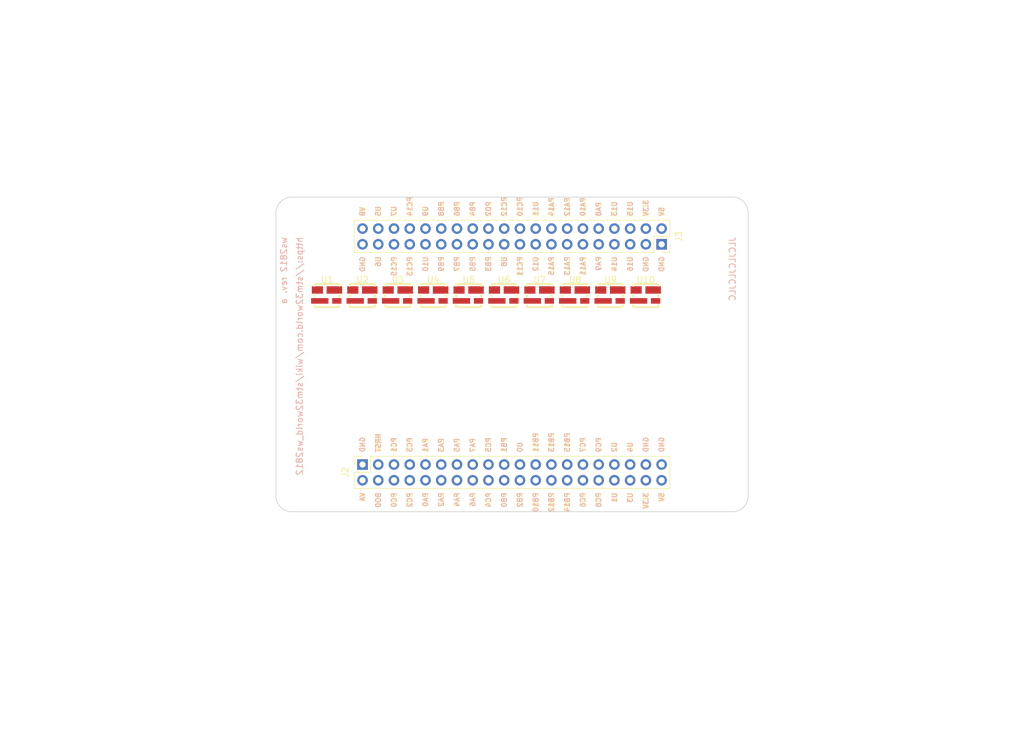
<source format=kicad_pcb>
(kicad_pcb (version 20221018) (generator pcbnew)
  (title_block (title "${TITLE}") (rev "${REVISION}") (company "${COMPANY}") (comment 1 "${AUTHOR}") (comment 2 "${AUTHOR_EMAIL}") (comment 3 "${URL}"))
  (layers (0 "F.Cu" signal) (31 "B.Cu" signal) (34 "B.Paste" user) (35 "F.Paste" user) (36 "B.SilkS" user "B.Silkscreen") (37 "F.SilkS" user "F.Silkscreen") (38 "B.Mask" user) (39 "F.Mask" user) (44 "Edge.Cuts" user))
  (property "AUTHOR" "Lars Boegild Thomsen")
  (property "AUTHOR_EMAIL" "lth@stm32world.com")
  (property "COMPANY" "Stm32World")
  (property "REVISION" "a")
  (property "TITLE" "ws2812")
  (property "URL" "https://stm32world.com/wiki/stm32world_ws2812")
  (net 0 "")
  (footprint "stm32world:LED-SMD_4P-L3.7-W3.5-P1.75-BR-SK6812MINI" (layer "F.Cu") (at 150.495 85.725)
    (fp_text reference "U7" (at 0 -2.54) (layer "F.SilkS"))
    (fp_text value "WS2812E")
    (fp_line (start -2.06 -1.51) (end -2.06 -1.85) (stroke (width 0.25)) (layer "F.SilkS"))
    (fp_line (start -2.06 0.24) (end -2.06 -0.22) (stroke (width 0.25)) (layer "F.SilkS"))
    (fp_line (start -2.06 1.89) (end -2.06 1.53) (stroke (width 0.25)) (layer "F.SilkS"))
    (fp_line (start -1.96 -1.85) (end 1.99 -1.85) (stroke (width 0.25)) (layer "F.SilkS"))
    (fp_line (start 1.99 -1.85) (end 1.99 -1.51) (stroke (width 0.25)) (layer "F.SilkS"))
    (fp_line (start 1.99 -0.22) (end 1.99 0.24) (stroke (width 0.25)) (layer "F.SilkS"))
    (fp_line (start 1.99 1.53) (end 1.99 1.89) (stroke (width 0.25)) (layer "F.SilkS"))
    (fp_line (start 1.99 1.89) (end -2.06 1.89) (stroke (width 0.25)) (layer "F.SilkS"))
    (pad "1" smd rect (at 1.57 0.88 180) (size 1.5 0.9) (layers "F.Cu" "F.Paste" "F.Mask"))
    (pad "2" smd rect (at 1.17 -0.88 180) (size 2.5 1.2) (layers "F.Cu" "F.Paste" "F.Mask"))
    (pad "3" smd rect (at -1.57 -0.88 180) (size 1.8 1.2) (layers "F.Cu" "F.Paste" "F.Mask"))
    (pad "4" smd rect (at -1.18 0.88 180) (size 2.8 0.9) (layers "F.Cu" "F.Paste" "F.Mask"))
  )
  (footprint "stm32world:LED-SMD_4P-L3.7-W3.5-P1.75-BR-SK6812MINI" (layer "F.Cu") (at 121.92 85.725)
    (fp_text reference "U2" (at 0 -2.54) (layer "F.SilkS"))
    (fp_text value "WS2812E")
    (fp_line (start -2.06 -1.51) (end -2.06 -1.85) (stroke (width 0.25)) (layer "F.SilkS"))
    (fp_line (start -2.06 0.24) (end -2.06 -0.22) (stroke (width 0.25)) (layer "F.SilkS"))
    (fp_line (start -2.06 1.89) (end -2.06 1.53) (stroke (width 0.25)) (layer "F.SilkS"))
    (fp_line (start -1.96 -1.85) (end 1.99 -1.85) (stroke (width 0.25)) (layer "F.SilkS"))
    (fp_line (start 1.99 -1.85) (end 1.99 -1.51) (stroke (width 0.25)) (layer "F.SilkS"))
    (fp_line (start 1.99 -0.22) (end 1.99 0.24) (stroke (width 0.25)) (layer "F.SilkS"))
    (fp_line (start 1.99 1.53) (end 1.99 1.89) (stroke (width 0.25)) (layer "F.SilkS"))
    (fp_line (start 1.99 1.89) (end -2.06 1.89) (stroke (width 0.25)) (layer "F.SilkS"))
    (pad "1" smd rect (at 1.57 0.88 180) (size 1.5 0.9) (layers "F.Cu" "F.Paste" "F.Mask"))
    (pad "2" smd rect (at 1.17 -0.88 180) (size 2.5 1.2) (layers "F.Cu" "F.Paste" "F.Mask"))
    (pad "3" smd rect (at -1.57 -0.88 180) (size 1.8 1.2) (layers "F.Cu" "F.Paste" "F.Mask"))
    (pad "4" smd rect (at -1.18 0.88 180) (size 2.8 0.9) (layers "F.Cu" "F.Paste" "F.Mask"))
  )
  (footprint "stm32world:LED-SMD_4P-L3.7-W3.5-P1.75-BR-SK6812MINI" (layer "F.Cu") (at 133.35 85.725)
    (fp_text reference "U4" (at 0 -2.54) (layer "F.SilkS"))
    (fp_text value "WS2812E")
    (fp_line (start -2.06 -1.51) (end -2.06 -1.85) (stroke (width 0.25)) (layer "F.SilkS"))
    (fp_line (start -2.06 0.24) (end -2.06 -0.22) (stroke (width 0.25)) (layer "F.SilkS"))
    (fp_line (start -2.06 1.89) (end -2.06 1.53) (stroke (width 0.25)) (layer "F.SilkS"))
    (fp_line (start -1.96 -1.85) (end 1.99 -1.85) (stroke (width 0.25)) (layer "F.SilkS"))
    (fp_line (start 1.99 -1.85) (end 1.99 -1.51) (stroke (width 0.25)) (layer "F.SilkS"))
    (fp_line (start 1.99 -0.22) (end 1.99 0.24) (stroke (width 0.25)) (layer "F.SilkS"))
    (fp_line (start 1.99 1.53) (end 1.99 1.89) (stroke (width 0.25)) (layer "F.SilkS"))
    (fp_line (start 1.99 1.89) (end -2.06 1.89) (stroke (width 0.25)) (layer "F.SilkS"))
    (pad "1" smd rect (at 1.57 0.88 180) (size 1.5 0.9) (layers "F.Cu" "F.Paste" "F.Mask"))
    (pad "2" smd rect (at 1.17 -0.88 180) (size 2.5 1.2) (layers "F.Cu" "F.Paste" "F.Mask"))
    (pad "3" smd rect (at -1.57 -0.88 180) (size 1.8 1.2) (layers "F.Cu" "F.Paste" "F.Mask"))
    (pad "4" smd rect (at -1.18 0.88 180) (size 2.8 0.9) (layers "F.Cu" "F.Paste" "F.Mask"))
  )
  (footprint "stm32world:LED-SMD_4P-L3.7-W3.5-P1.75-BR-SK6812MINI" (layer "F.Cu") (at 144.78 85.725)
    (fp_text reference "U6" (at 0 -2.54) (layer "F.SilkS"))
    (fp_text value "WS2812E")
    (fp_line (start -2.06 -1.51) (end -2.06 -1.85) (stroke (width 0.25)) (layer "F.SilkS"))
    (fp_line (start -2.06 0.24) (end -2.06 -0.22) (stroke (width 0.25)) (layer "F.SilkS"))
    (fp_line (start -2.06 1.89) (end -2.06 1.53) (stroke (width 0.25)) (layer "F.SilkS"))
    (fp_line (start -1.96 -1.85) (end 1.99 -1.85) (stroke (width 0.25)) (layer "F.SilkS"))
    (fp_line (start 1.99 -1.85) (end 1.99 -1.51) (stroke (width 0.25)) (layer "F.SilkS"))
    (fp_line (start 1.99 -0.22) (end 1.99 0.24) (stroke (width 0.25)) (layer "F.SilkS"))
    (fp_line (start 1.99 1.53) (end 1.99 1.89) (stroke (width 0.25)) (layer "F.SilkS"))
    (fp_line (start 1.99 1.89) (end -2.06 1.89) (stroke (width 0.25)) (layer "F.SilkS"))
    (pad "1" smd rect (at 1.57 0.88 180) (size 1.5 0.9) (layers "F.Cu" "F.Paste" "F.Mask"))
    (pad "2" smd rect (at 1.17 -0.88 180) (size 2.5 1.2) (layers "F.Cu" "F.Paste" "F.Mask"))
    (pad "3" smd rect (at -1.57 -0.88 180) (size 1.8 1.2) (layers "F.Cu" "F.Paste" "F.Mask"))
    (pad "4" smd rect (at -1.18 0.88 180) (size 2.8 0.9) (layers "F.Cu" "F.Paste" "F.Mask"))
  )
  (footprint "stm32world:LED-SMD_4P-L3.7-W3.5-P1.75-BR-SK6812MINI" (layer "F.Cu") (at 139.065 85.725)
    (fp_text reference "U5" (at 0 -2.54) (layer "F.SilkS"))
    (fp_text value "WS2812E")
    (fp_line (start -2.06 -1.51) (end -2.06 -1.85) (stroke (width 0.25)) (layer "F.SilkS"))
    (fp_line (start -2.06 0.24) (end -2.06 -0.22) (stroke (width 0.25)) (layer "F.SilkS"))
    (fp_line (start -2.06 1.89) (end -2.06 1.53) (stroke (width 0.25)) (layer "F.SilkS"))
    (fp_line (start -1.96 -1.85) (end 1.99 -1.85) (stroke (width 0.25)) (layer "F.SilkS"))
    (fp_line (start 1.99 -1.85) (end 1.99 -1.51) (stroke (width 0.25)) (layer "F.SilkS"))
    (fp_line (start 1.99 -0.22) (end 1.99 0.24) (stroke (width 0.25)) (layer "F.SilkS"))
    (fp_line (start 1.99 1.53) (end 1.99 1.89) (stroke (width 0.25)) (layer "F.SilkS"))
    (fp_line (start 1.99 1.89) (end -2.06 1.89) (stroke (width 0.25)) (layer "F.SilkS"))
    (pad "1" smd rect (at 1.57 0.88 180) (size 1.5 0.9) (layers "F.Cu" "F.Paste" "F.Mask"))
    (pad "2" smd rect (at 1.17 -0.88 180) (size 2.5 1.2) (layers "F.Cu" "F.Paste" "F.Mask"))
    (pad "3" smd rect (at -1.57 -0.88 180) (size 1.8 1.2) (layers "F.Cu" "F.Paste" "F.Mask"))
    (pad "4" smd rect (at -1.18 0.88 180) (size 2.8 0.9) (layers "F.Cu" "F.Paste" "F.Mask"))
  )
  (footprint "stm32world:LED-SMD_4P-L3.7-W3.5-P1.75-BR-SK6812MINI" (layer "F.Cu") (at 156.21 85.725)
    (fp_text reference "U8" (at 0 -2.54) (layer "F.SilkS"))
    (fp_text value "WS2812E")
    (fp_line (start -2.06 -1.51) (end -2.06 -1.85) (stroke (width 0.25)) (layer "F.SilkS"))
    (fp_line (start -2.06 0.24) (end -2.06 -0.22) (stroke (width 0.25)) (layer "F.SilkS"))
    (fp_line (start -2.06 1.89) (end -2.06 1.53) (stroke (width 0.25)) (layer "F.SilkS"))
    (fp_line (start -1.96 -1.85) (end 1.99 -1.85) (stroke (width 0.25)) (layer "F.SilkS"))
    (fp_line (start 1.99 -1.85) (end 1.99 -1.51) (stroke (width 0.25)) (layer "F.SilkS"))
    (fp_line (start 1.99 -0.22) (end 1.99 0.24) (stroke (width 0.25)) (layer "F.SilkS"))
    (fp_line (start 1.99 1.53) (end 1.99 1.89) (stroke (width 0.25)) (layer "F.SilkS"))
    (fp_line (start 1.99 1.89) (end -2.06 1.89) (stroke (width 0.25)) (layer "F.SilkS"))
    (pad "1" smd rect (at 1.57 0.88 180) (size 1.5 0.9) (layers "F.Cu" "F.Paste" "F.Mask"))
    (pad "2" smd rect (at 1.17 -0.88 180) (size 2.5 1.2) (layers "F.Cu" "F.Paste" "F.Mask"))
    (pad "3" smd rect (at -1.57 -0.88 180) (size 1.8 1.2) (layers "F.Cu" "F.Paste" "F.Mask"))
    (pad "4" smd rect (at -1.18 0.88 180) (size 2.8 0.9) (layers "F.Cu" "F.Paste" "F.Mask"))
  )
  (footprint "stm32world:LED-SMD_4P-L3.7-W3.5-P1.75-BR-SK6812MINI" (layer "F.Cu") (at 167.64 85.725)
    (fp_text reference "U10" (at 0 -2.54) (layer "F.SilkS"))
    (fp_text value "WS2812E")
    (fp_line (start -2.06 -1.51) (end -2.06 -1.85) (stroke (width 0.25)) (layer "F.SilkS"))
    (fp_line (start -2.06 0.24) (end -2.06 -0.22) (stroke (width 0.25)) (layer "F.SilkS"))
    (fp_line (start -2.06 1.89) (end -2.06 1.53) (stroke (width 0.25)) (layer "F.SilkS"))
    (fp_line (start -1.96 -1.85) (end 1.99 -1.85) (stroke (width 0.25)) (layer "F.SilkS"))
    (fp_line (start 1.99 -1.85) (end 1.99 -1.51) (stroke (width 0.25)) (layer "F.SilkS"))
    (fp_line (start 1.99 -0.22) (end 1.99 0.24) (stroke (width 0.25)) (layer "F.SilkS"))
    (fp_line (start 1.99 1.53) (end 1.99 1.89) (stroke (width 0.25)) (layer "F.SilkS"))
    (fp_line (start 1.99 1.89) (end -2.06 1.89) (stroke (width 0.25)) (layer "F.SilkS"))
    (pad "1" smd rect (at 1.57 0.88 180) (size 1.5 0.9) (layers "F.Cu" "F.Paste" "F.Mask"))
    (pad "2" smd rect (at 1.17 -0.88 180) (size 2.5 1.2) (layers "F.Cu" "F.Paste" "F.Mask"))
    (pad "3" smd rect (at -1.57 -0.88 180) (size 1.8 1.2) (layers "F.Cu" "F.Paste" "F.Mask"))
    (pad "4" smd rect (at -1.18 0.88 180) (size 2.8 0.9) (layers "F.Cu" "F.Paste" "F.Mask"))
  )
  (footprint "stm32world:PinSocket_2x20_P2.54mm_Vertical_Stackable" (layer "F.Cu") (at 170.18 77.47 -90)
    (fp_text reference "J3" (at -1.27 -2.77 -90) (layer "F.SilkS"))
    (fp_text value "STM32WORLD_CONNECTOR_2")
    (fp_line (start -3.87 -1.33) (end -3.87 49.59) (stroke (width 0.12)) (layer "F.SilkS"))
    (fp_line (start -3.87 -1.33) (end -1.27 -1.33) (stroke (width 0.12)) (layer "F.SilkS"))
    (fp_line (start -3.87 49.59) (end 1.33 49.59) (stroke (width 0.12)) (layer "F.SilkS"))
    (fp_line (start -1.27 -1.33) (end -1.27 1.27) (stroke (width 0.12)) (layer "F.SilkS"))
    (fp_line (start -1.27 1.27) (end 1.33 1.27) (stroke (width 0.12)) (layer "F.SilkS"))
    (fp_line (start 0 -1.33) (end 1.33 -1.33) (stroke (width 0.12)) (layer "F.SilkS"))
    (fp_line (start 1.33 -1.33) (end 1.33 0) (stroke (width 0.12)) (layer "F.SilkS"))
    (fp_line (start 1.33 1.27) (end 1.33 49.59) (stroke (width 0.12)) (layer "F.SilkS"))
    (pad "1" thru_hole rect (at 0 0 270) (size 1.7 1.7) (drill 1) (layers "*.Cu" "*.Mask"))
    (pad "2" thru_hole oval (at -2.54 0 270) (size 1.7 1.7) (drill 1) (layers "*.Cu" "*.Mask"))
    (pad "3" thru_hole oval (at 0 2.54 270) (size 1.7 1.7) (drill 1) (layers "*.Cu" "*.Mask"))
    (pad "4" thru_hole oval (at -2.54 2.54 270) (size 1.7 1.7) (drill 1) (layers "*.Cu" "*.Mask"))
    (pad "5" thru_hole oval (at 0 5.08 270) (size 1.7 1.7) (drill 1) (layers "*.Cu" "*.Mask"))
    (pad "6" thru_hole oval (at -2.54 5.08 270) (size 1.7 1.7) (drill 1) (layers "*.Cu" "*.Mask"))
    (pad "7" thru_hole oval (at 0 7.62 270) (size 1.7 1.7) (drill 1) (layers "*.Cu" "*.Mask"))
    (pad "8" thru_hole oval (at -2.54 7.62 270) (size 1.7 1.7) (drill 1) (layers "*.Cu" "*.Mask"))
    (pad "9" thru_hole oval (at 0 10.16 270) (size 1.7 1.7) (drill 1) (layers "*.Cu" "*.Mask"))
    (pad "10" thru_hole oval (at -2.54 10.16 270) (size 1.7 1.7) (drill 1) (layers "*.Cu" "*.Mask"))
    (pad "11" thru_hole oval (at 0 12.7 270) (size 1.7 1.7) (drill 1) (layers "*.Cu" "*.Mask"))
    (pad "12" thru_hole oval (at -2.54 12.7 270) (size 1.7 1.7) (drill 1) (layers "*.Cu" "*.Mask"))
    (pad "13" thru_hole oval (at 0 15.24 270) (size 1.7 1.7) (drill 1) (layers "*.Cu" "*.Mask"))
    (pad "14" thru_hole oval (at -2.54 15.24 270) (size 1.7 1.7) (drill 1) (layers "*.Cu" "*.Mask"))
    (pad "15" thru_hole oval (at 0 17.78 270) (size 1.7 1.7) (drill 1) (layers "*.Cu" "*.Mask"))
    (pad "16" thru_hole oval (at -2.54 17.78 270) (size 1.7 1.7) (drill 1) (layers "*.Cu" "*.Mask"))
    (pad "17" thru_hole oval (at 0 20.32 270) (size 1.7 1.7) (drill 1) (layers "*.Cu" "*.Mask"))
    (pad "18" thru_hole oval (at -2.54 20.32 270) (size 1.7 1.7) (drill 1) (layers "*.Cu" "*.Mask"))
    (pad "19" thru_hole oval (at 0 22.86 270) (size 1.7 1.7) (drill 1) (layers "*.Cu" "*.Mask"))
    (pad "20" thru_hole oval (at -2.54 22.86 270) (size 1.7 1.7) (drill 1) (layers "*.Cu" "*.Mask"))
    (pad "21" thru_hole oval (at 0 25.4 270) (size 1.7 1.7) (drill 1) (layers "*.Cu" "*.Mask"))
    (pad "22" thru_hole oval (at -2.54 25.4 270) (size 1.7 1.7) (drill 1) (layers "*.Cu" "*.Mask"))
    (pad "23" thru_hole oval (at 0 27.94 270) (size 1.7 1.7) (drill 1) (layers "*.Cu" "*.Mask"))
    (pad "24" thru_hole oval (at -2.54 27.94 270) (size 1.7 1.7) (drill 1) (layers "*.Cu" "*.Mask"))
    (pad "25" thru_hole oval (at 0 30.48 270) (size 1.7 1.7) (drill 1) (layers "*.Cu" "*.Mask"))
    (pad "26" thru_hole oval (at -2.54 30.48 270) (size 1.7 1.7) (drill 1) (layers "*.Cu" "*.Mask"))
    (pad "27" thru_hole oval (at 0 33.02 270) (size 1.7 1.7) (drill 1) (layers "*.Cu" "*.Mask"))
    (pad "28" thru_hole oval (at -2.54 33.02 270) (size 1.7 1.7) (drill 1) (layers "*.Cu" "*.Mask"))
    (pad "29" thru_hole oval (at 0 35.56 270) (size 1.7 1.7) (drill 1) (layers "*.Cu" "*.Mask"))
    (pad "30" thru_hole oval (at -2.54 35.56 270) (size 1.7 1.7) (drill 1) (layers "*.Cu" "*.Mask"))
    (pad "31" thru_hole oval (at 0 38.1 270) (size 1.7 1.7) (drill 1) (layers "*.Cu" "*.Mask"))
    (pad "32" thru_hole oval (at -2.54 38.1 270) (size 1.7 1.7) (drill 1) (layers "*.Cu" "*.Mask"))
    (pad "33" thru_hole oval (at 0 40.64 270) (size 1.7 1.7) (drill 1) (layers "*.Cu" "*.Mask"))
    (pad "34" thru_hole oval (at -2.54 40.64 270) (size 1.7 1.7) (drill 1) (layers "*.Cu" "*.Mask"))
    (pad "35" thru_hole oval (at 0 43.18 270) (size 1.7 1.7) (drill 1) (layers "*.Cu" "*.Mask"))
    (pad "36" thru_hole oval (at -2.54 43.18 270) (size 1.7 1.7) (drill 1) (layers "*.Cu" "*.Mask"))
    (pad "37" thru_hole oval (at 0 45.72 270) (size 1.7 1.7) (drill 1) (layers "*.Cu" "*.Mask"))
    (pad "38" thru_hole oval (at -2.54 45.72 270) (size 1.7 1.7) (drill 1) (layers "*.Cu" "*.Mask"))
    (pad "39" thru_hole oval (at 0 48.26 270) (size 1.7 1.7) (drill 1) (layers "*.Cu" "*.Mask"))
    (pad "40" thru_hole oval (at -2.54 48.26 270) (size 1.7 1.7) (drill 1) (layers "*.Cu" "*.Mask"))
  )
  (footprint "stm32world:LED-SMD_4P-L3.7-W3.5-P1.75-BR-SK6812MINI" (layer "F.Cu") (at 127.635 85.725)
    (fp_text reference "U3" (at 0 -2.54) (layer "F.SilkS"))
    (fp_text value "WS2812E")
    (fp_line (start -2.06 -1.51) (end -2.06 -1.85) (stroke (width 0.25)) (layer "F.SilkS"))
    (fp_line (start -2.06 0.24) (end -2.06 -0.22) (stroke (width 0.25)) (layer "F.SilkS"))
    (fp_line (start -2.06 1.89) (end -2.06 1.53) (stroke (width 0.25)) (layer "F.SilkS"))
    (fp_line (start -1.96 -1.85) (end 1.99 -1.85) (stroke (width 0.25)) (layer "F.SilkS"))
    (fp_line (start 1.99 -1.85) (end 1.99 -1.51) (stroke (width 0.25)) (layer "F.SilkS"))
    (fp_line (start 1.99 -0.22) (end 1.99 0.24) (stroke (width 0.25)) (layer "F.SilkS"))
    (fp_line (start 1.99 1.53) (end 1.99 1.89) (stroke (width 0.25)) (layer "F.SilkS"))
    (fp_line (start 1.99 1.89) (end -2.06 1.89) (stroke (width 0.25)) (layer "F.SilkS"))
    (pad "1" smd rect (at 1.57 0.88 180) (size 1.5 0.9) (layers "F.Cu" "F.Paste" "F.Mask"))
    (pad "2" smd rect (at 1.17 -0.88 180) (size 2.5 1.2) (layers "F.Cu" "F.Paste" "F.Mask"))
    (pad "3" smd rect (at -1.57 -0.88 180) (size 1.8 1.2) (layers "F.Cu" "F.Paste" "F.Mask"))
    (pad "4" smd rect (at -1.18 0.88 180) (size 2.8 0.9) (layers "F.Cu" "F.Paste" "F.Mask"))
  )
  (footprint "stm32world:STM32WORLD_BOARD" (layer "F.Cu") (at 146.05 95.25)
    (fp_text reference "J1" hide)
    (fp_text value "STM32WORLD_BOARD")
    (fp_text user "PA4" (at -8.89 22.225 90) (layer "B.SilkS") (effects (font (size 0.8 0.8)) (justify left mirror)))
    (fp_text user "PA15" (at 6.35 -15.875 90) (layer "B.SilkS") (effects (font (size 0.8 0.8)) (justify left mirror)))
    (fp_text user "${TITLE} rev. ${REVISION}" (at -36.83 -19.05 90 unlocked) (layer "B.SilkS") (effects (justify left mirror)))
    (fp_text user "U14" (at 16.51 -15.875 90) (layer "B.SilkS") (effects (font (size 0.8 0.8)) (justify left mirror)))
    (fp_text user "PA14" (at 6.35 -22.225 90) (layer "B.SilkS") (effects (font (size 0.8 0.8)) (justify right mirror)))
    (fp_text user "PB12" (at 6.35 22.225 90) (layer "B.SilkS") (effects (font (size 0.8 0.8)) (justify left mirror)))
    (fp_text user "PB13" (at 6.35 15.875 90) (layer "B.SilkS") (effects (font (size 0.8 0.8)) (justify right mirror)))
    (fp_text user "PA2" (at -11.43 22.225 90) (layer "B.SilkS") (effects (font (size 0.8 0.8)) (justify left mirror)))
    (fp_text user "U5" (at -21.59 -22.225 90) (layer "B.SilkS") (effects (font (size 0.8 0.8)) (justify right mirror)))
    (fp_text user "BO0" (at -21.59 22.225 90) (layer "B.SilkS") (effects (font (size 0.8 0.8)) (justify left mirror)))
    (fp_text user "PB1" (at -1.27 15.875 90) (layer "B.SilkS") (effects (font (size 0.8 0.8)) (justify right mirror)))
    (fp_text user "GND" (at 24.13 -15.875 90) (layer "B.SilkS") (effects (font (size 0.8 0.8)) (justify left mirror)))
    (fp_text user "PC7" (at 11.43 15.875 90) (layer "B.SilkS") (effects (font (size 0.8 0.8)) (justify right mirror)))
    (fp_text user "PA9" (at 13.97 -15.875 90) (layer "B.SilkS") (effects (font (size 0.8 0.8)) (justify left mirror)))
    (fp_text user "JLCJLCJLCJLC" (at 35.56 -19.05 90 unlocked) (layer "B.SilkS") (effects (justify left mirror)))
    (fp_text user "5V" (at 24.13 -22.225 90) (layer "B.SilkS") (effects (font (size 0.8 0.8)) (justify right mirror)))
    (fp_text user "PB2" (at 1.27 22.225 90) (layer "B.SilkS") (effects (font (size 0.8 0.8)) (justify left mirror)))
    (fp_text user "U16" (at 19.05 -15.875 90) (layer "B.SilkS") (effects (font (size 0.8 0.8)) (justify left mirror)))
    (fp_text user "PC12" (at -1.27 -22.225 90) (layer "B.SilkS") (effects (font (size 0.8 0.8)) (justify right mirror)))
    (fp_text user "PA8" (at 13.97 -22.225 90) (layer "B.SilkS") (effects (font (size 0.8 0.8)) (justify right mirror)))
    (fp_text user "U7" (at -19.05 -22.225 90) (layer "B.SilkS") (effects (font (size 0.8 0.8)) (justify right mirror)))
    (fp_text user "PC15" (at -19.05 -15.875 90) (layer "B.SilkS") (effects (font (size 0.8 0.8)) (justify left mirror)))
    (fp_text user "PB6" (at -8.89 -22.225 90) (layer "B.SilkS") (effects (font (size 0.8 0.8)) (justify right mirror)))
    (fp_text user "PB11" (at 3.81 15.875 90) (layer "B.SilkS") (effects (font (size 0.8 0.8)) (justify right mirror)))
    (fp_text user "PB8" (at -11.43 -22.225 90) (layer "B.SilkS") (effects (font (size 0.8 0.8)) (justify right mirror)))
    (fp_text user "U4" (at 19.05 15.875 90) (layer "B.SilkS") (effects (font (size 0.8 0.8)) (justify right mirror)))
    (fp_text user "U2" (at 16.51 15.875 90) (layer "B.SilkS") (effects (font (size 0.8 0.8)) (justify right mirror)))
    (fp_text user "VA" (at -24.13 22.225 90) (layer "B.SilkS") (effects (font (size 0.8 0.8)) (justify left mirror)))
    (fp_text user "PD2" (at -3.81 -22.225 90) (layer "B.SilkS") (effects (font (size 0.8 0.8)) (justify right mirror)))
    (fp_text user "U0" (at 1.27 15.875 90) (layer "B.SilkS") (effects (font (size 0.8 0.8)) (justify right mirror)))
    (fp_text user "PC11" (at 1.27 -15.875 90) (layer "B.SilkS") (effects (font (size 0.8 0.8)) (justify left mirror)))
    (fp_text user "U8" (at -1.27 -15.875 90) (layer "B.SilkS") (effects (font (size 0.8 0.8)) (justify left mirror)))
    (fp_text user "GND" (at -24.13 -15.875 90) (layer "B.SilkS") (effects (font (size 0.8 0.8)) (justify left mirror)))
    (fp_text user "PC14" (at -16.51 -22.225 90) (layer "B.SilkS") (effects (font (size 0.8 0.8)) (justify right mirror)))
    (fp_text user "U9" (at -13.97 -22.225 90) (layer "B.SilkS") (effects (font (size 0.8 0.8)) (justify right mirror)))
    (fp_text user "PA10" (at 11.43 -22.225 90) (layer "B.SilkS") (effects (font (size 0.8 0.8)) (justify right mirror)))
    (fp_text user "PA1" (at -13.97 15.875 90) (layer "B.SilkS") (effects (font (size 0.8 0.8)) (justify right mirror)))
    (fp_text user "U12" (at 3.81 -15.875 90) (layer "B.SilkS") (effects (font (size 0.8 0.8)) (justify left mirror)))
    (fp_text user "PA6" (at -6.35 22.225 90) (layer "B.SilkS") (effects (font (size 0.8 0.8)) (justify left mirror)))
    (fp_text user "PB4" (at -6.35 -22.225 90) (layer "B.SilkS") (effects (font (size 0.8 0.8)) (justify right mirror)))
    (fp_text user "5V" (at 24.13 22.225 90) (layer "B.SilkS") (effects (font (size 0.8 0.8)) (justify left mirror)))
    (fp_text user "PC4" (at -3.81 22.225 90) (layer "B.SilkS") (effects (font (size 0.8 0.8)) (justify left mirror)))
    (fp_text user "PC10" (at 1.27 -22.225 90) (layer "B.SilkS") (effects (font (size 0.8 0.8)) (justify right mirror)))
    (fp_text user "PC2" (at -16.51 22.225 90) (layer "B.SilkS") (effects (font (size 0.8 0.8)) (justify left mirror)))
    (fp_text user "U1" (at 16.51 22.225 90) (layer "B.SilkS") (effects (font (size 0.8 0.8)) (justify left mirror)))
    (fp_text user "PB0" (at -1.27 22.225 90) (layer "B.SilkS") (effects (font (size 0.8 0.8)) (justify left mirror)))
    (fp_text user "NRST" (at -21.59 15.875 90) (layer "B.SilkS") (effects (font (size 0.8 0.8)) (justify right mirror)))
    (fp_text user "PB9" (at -11.43 -15.875 90) (layer "B.SilkS") (effects (font (size 0.8 0.8)) (justify left mirror)))
    (fp_text user "PC13" (at -16.51 -15.875 90) (layer "B.SilkS") (effects (font (size 0.8 0.8)) (justify left mirror)))
    (fp_text user "PB5" (at -6.35 -15.875 90) (layer "B.SilkS") (effects (font (size 0.8 0.8)) (justify left mirror)))
    (fp_text user "PB3" (at -3.81 -15.875 90) (layer "B.SilkS") (effects (font (size 0.8 0.8)) (justify left mirror)))
    (fp_text user "PC3" (at -16.51 15.875 90) (layer "B.SilkS") (effects (font (size 0.8 0.8)) (justify right mirror)))
    (fp_text user "PC9" (at 13.97 15.875 90) (layer "B.SilkS") (effects (font (size 0.8 0.8)) (justify right mirror)))
    (fp_text user "U10" (at -13.97 -15.875 90) (layer "B.SilkS") (effects (font (size 0.8 0.8)) (justify left mirror)))
    (fp_text user "U15" (at 19.05 -22.225 90) (layer "B.SilkS") (effects (font (size 0.8 0.8)) (justify right mirror)))
    (fp_text user "VB" (at -24.13 -22.225 90) (layer "B.SilkS") (effects (font (size 0.8 0.8)) (justify right mirror)))
    (fp_text user "PA12" (at 8.89 -22.225 90) (layer "B.SilkS") (effects (font (size 0.8 0.8)) (justify right mirror)))
    (fp_text user "PC8" (at 13.97 22.225 90) (layer "B.SilkS") (effects (font (size 0.8 0.8)) (justify left mirror)))
    (fp_text user "PA13" (at 8.89 -15.875 90) (layer "B.SilkS") (effects (font (size 0.8 0.8)) (justify left mirror)))
    (fp_text user "${URL}" (at -34.29 -19.05 90 unlocked) (layer "B.SilkS") (effects (justify left mirror)))
    (fp_text user "PB14" (at 8.89 22.225 90) (layer "B.SilkS") (effects (font (size 0.8 0.8)) (justify left mirror)))
    (fp_text user "PA3" (at -11.43 15.875 90) (layer "B.SilkS") (effects (font (size 0.8 0.8)) (justify right mirror)))
    (fp_text user "PA5" (at -8.89 15.875 90) (layer "B.SilkS") (effects (font (size 0.8 0.8)) (justify right mirror)))
    (fp_text user "PA7" (at -6.35 15.875 90) (layer "B.SilkS") (effects (font (size 0.8 0.8)) (justify right mirror)))
    (fp_text user "PC5" (at -3.81 15.875 90) (layer "B.SilkS") (effects (font (size 0.8 0.8)) (justify right mirror)))
    (fp_text user "U3" (at 19.05 22.225 90) (layer "B.SilkS") (effects (font (size 0.8 0.8)) (justify left mirror)))
    (fp_text user "GND" (at -24.13 15.875 90) (layer "B.SilkS") (effects (font (size 0.8 0.8)) (justify right mirror)))
    (fp_text user "GND" (at 21.59 -15.875 90) (layer "B.SilkS") (effects (font (size 0.8 0.8)) (justify left mirror)))
    (fp_text user "U11" (at 3.81 -22.225 90) (layer "B.SilkS") (effects (font (size 0.8 0.8)) (justify right mirror)))
    (fp_text user "PB7" (at -8.89 -15.875 90) (layer "B.SilkS") (effects (font (size 0.8 0.8)) (justify left mirror)))
    (fp_text user "GND" (at 21.59 15.875 90) (layer "B.SilkS") (effects (font (size 0.8 0.8)) (justify right mirror)))
    (fp_text user "GND" (at 24.13 15.875 90) (layer "B.SilkS") (effects (font (size 0.8 0.8)) (justify right mirror)))
    (fp_text user "PB10" (at 3.81 22.225 90) (layer "B.SilkS") (effects (font (size 0.8 0.8)) (justify left mirror)))
    (fp_text user "PB15" (at 8.89 15.875 90) (layer "B.SilkS") (effects (font (size 0.8 0.8)) (justify right mirror)))
    (fp_text user "PC6" (at 11.43 22.225 90) (layer "B.SilkS") (effects (font (size 0.8 0.8)) (justify left mirror)))
    (fp_text user "U13" (at 16.51 -22.225 90) (layer "B.SilkS") (effects (font (size 0.8 0.8)) (justify right mirror)))
    (fp_text user "3.3V" (at 21.59 22.225 90) (layer "B.SilkS") (effects (font (size 0.8 0.8)) (justify left mirror)))
    (fp_text user "U6" (at -21.59 -15.875 90) (layer "B.SilkS") (effects (font (size 0.8 0.8)) (justify left mirror)))
    (fp_text user "PA0" (at -13.97 22.225 90) (layer "B.SilkS") (effects (font (size 0.8 0.8)) (justify left mirror)))
    (fp_text user "PC1" (at -19.05 15.875 90) (layer "B.SilkS") (effects (font (size 0.8 0.8)) (justify right mirror)))
    (fp_text user "3.3V" (at 21.59 -22.225 90) (layer "B.SilkS") (effects (font (size 0.8 0.8)) (justify right mirror)))
    (fp_text user "PA11" (at 11.43 -15.875 90) (layer "B.SilkS") (effects (font (size 0.8 0.8)) (justify left mirror)))
    (fp_text user "PC0" (at -19.05 22.225 90) (layer "B.SilkS") (effects (font (size 0.8 0.8)) (justify left mirror)))
    (fp_text user "PA14" (at 6.35 -22.225 90) (layer "F.SilkS") (effects (font (size 0.8 0.8)) (justify left)))
    (fp_text user "PB8" (at -11.43 -22.225 90) (layer "F.SilkS") (effects (font (size 0.8 0.8)) (justify left)))
    (fp_text user "PA12" (at 8.89 -22.225 90) (layer "F.SilkS") (effects (font (size 0.8 0.8)) (justify left)))
    (fp_text user "PB10" (at 3.81 22.225 90) (layer "F.SilkS") (effects (font (size 0.8 0.8)) (justify right)))
    (fp_text user "U13" (at 16.51 -22.225 90) (layer "F.SilkS") (effects (font (size 0.8 0.8)) (justify left)))
    (fp_text user "PD2" (at -3.81 -22.225 90) (layer "F.SilkS") (effects (font (size 0.8 0.8)) (justify left)))
    (fp_text user "U8" (at -1.27 -15.875 90) (layer "F.SilkS") (effects (font (size 0.8 0.8)) (justify right)))
    (fp_text user "PC6" (at 11.43 22.225 90) (layer "F.SilkS") (effects (font (size 0.8 0.8)) (justify right)))
    (fp_text user "U16" (at 19.05 -15.875 90) (layer "F.SilkS") (effects (font (size 0.8 0.8)) (justify right)))
    (fp_text user "PC3" (at -16.51 15.875 90) (layer "F.SilkS") (effects (font (size 0.8 0.8)) (justify left)))
    (fp_text user "PA0" (at -13.97 22.225 90) (layer "F.SilkS") (effects (font (size 0.8 0.8)) (justify right)))
    (fp_text user "GND" (at 21.59 -15.875 90) (layer "F.SilkS") (effects (font (size 0.8 0.8)) (justify right)))
    (fp_text user "U2" (at 16.51 15.875 90) (layer "F.SilkS") (effects (font (size 0.8 0.8)) (justify left)))
    (fp_text user "PB0" (at -1.27 22.225 90) (layer "F.SilkS") (effects (font (size 0.8 0.8)) (justify right)))
    (fp_text user "5V" (at 24.13 22.225 90) (layer "F.SilkS") (effects (font (size 0.8 0.8)) (justify right)))
    (fp_text user "PA8" (at 13.97 -22.225 90) (layer "F.SilkS") (effects (font (size 0.8 0.8)) (justify left)))
    (fp_text user "PA6" (at -6.35 22.225 90) (layer "F.SilkS") (effects (font (size 0.8 0.8)) (justify right)))
    (fp_text user "U11" (at 3.81 -22.225 90) (layer "F.SilkS") (effects (font (size 0.8 0.8)) (justify left)))
    (fp_text user "PC1" (at -19.05 15.875 90) (layer "F.SilkS") (effects (font (size 0.8 0.8)) (justify left)))
    (fp_text user "U15" (at 19.05 -22.225 90) (layer "F.SilkS") (effects (font (size 0.8 0.8)) (justify left)))
    (fp_text user "3.3V" (at 21.59 22.225 90) (layer "F.SilkS") (effects (font (size 0.8 0.8)) (justify right)))
    (fp_text user "PB6" (at -8.89 -22.225 90) (layer "F.SilkS") (effects (font (size 0.8 0.8)) (justify left)))
    (fp_text user "VB" (at -24.13 -22.225 90) (layer "F.SilkS") (effects (font (size 0.8 0.8)) (justify left)))
    (fp_text user "PA1" (at -13.97 15.875 90) (layer "F.SilkS") (effects (font (size 0.8 0.8)) (justify left)))
    (fp_text user "U10" (at -13.97 -15.875 90) (layer "F.SilkS") (effects (font (size 0.8 0.8)) (justify right)))
    (fp_text user "PC12" (at -1.27 -22.225 90) (layer "F.SilkS") (effects (font (size 0.8 0.8)) (justify left)))
    (fp_text user "PC15" (at -19.05 -15.875 90) (layer "F.SilkS") (effects (font (size 0.8 0.8)) (justify right)))
    (fp_text user "3.3V" (at 21.59 -22.225 90) (layer "F.SilkS") (effects (font (size 0.8 0.8)) (justify left)))
    (fp_text user "PA2" (at -11.43 22.225 90) (layer "F.SilkS") (effects (font (size 0.8 0.8)) (justify right)))
    (fp_text user "PC4" (at -3.81 22.225 90) (layer "F.SilkS") (effects (font (size 0.8 0.8)) (justify right)))
    (fp_text user "PC8" (at 13.97 22.225 90) (layer "F.SilkS") (effects (font (size 0.8 0.8)) (justify right)))
    (fp_text user "PB14" (at 8.89 22.225 90) (layer "F.SilkS") (effects (font (size 0.8 0.8)) (justify right)))
    (fp_text user "PA15" (at 6.35 -15.875 90) (layer "F.SilkS") (effects (font (size 0.8 0.8)) (justify right)))
    (fp_text user "PB5" (at -6.35 -15.875 90) (layer "F.SilkS") (effects (font (size 0.8 0.8)) (justify right)))
    (fp_text user "5V" (at 24.13 -22.225 90) (layer "F.SilkS") (effects (font (size 0.8 0.8)) (justify left)))
    (fp_text user "PB4" (at -6.35 -22.225 90) (layer "F.SilkS") (effects (font (size 0.8 0.8)) (justify left)))
    (fp_text user "GND" (at 24.13 -15.875 90) (layer "F.SilkS") (effects (font (size 0.8 0.8)) (justify right)))
    (fp_text user "U12" (at 3.81 -15.875 90) (layer "F.SilkS") (effects (font (size 0.8 0.8)) (justify right)))
    (fp_text user "U6" (at -21.59 -15.875 90) (layer "F.SilkS") (effects (font (size 0.8 0.8)) (justify right)))
    (fp_text user "PC9" (at 13.97 15.875 90) (layer "F.SilkS") (effects (font (size 0.8 0.8)) (justify left)))
    (fp_text user "PB7" (at -8.89 -15.875 90) (layer "F.SilkS") (effects (font (size 0.8 0.8)) (justify right)))
    (fp_text user "U1" (at 16.51 22.225 90) (layer "F.SilkS") (effects (font (size 0.8 0.8)) (justify right)))
    (fp_text user "GND" (at -24.13 15.875 90) (layer "F.SilkS") (effects (font (size 0.8 0.8)) (justify left)))
    (fp_text user "U4" (at 19.05 15.875 90) (layer "F.SilkS") (effects (font (size 0.8 0.8)) (justify left)))
    (fp_text user "VA" (at -24.13 22.225 90) (layer "F.SilkS") (effects (font (size 0.8 0.8)) (justify right)))
    (fp_text user "GND" (at 21.59 15.875 90) (layer "F.SilkS") (effects (font (size 0.8 0.8)) (justify left)))
    (fp_text user "PA4" (at -8.89 22.225 90) (layer "F.SilkS") (effects (font (size 0.8 0.8)) (justify right)))
    (fp_text user "U9" (at -13.97 -22.225 90) (layer "F.SilkS") (effects (font (size 0.8 0.8)) (justify left)))
    (fp_text user "PA9" (at 13.97 -15.875 90) (layer "F.SilkS") (effects (font (size 0.8 0.8)) (justify right)))
    (fp_text user "PB11" (at 3.81 15.875 90) (layer "F.SilkS") (effects (font (size 0.8 0.8)) (justify left)))
    (fp_text user "PA7" (at -6.35 15.875 90) (layer "F.SilkS") (effects (font (size 0.8 0.8)) (justify left)))
    (fp_text user "U5" (at -21.59 -22.225 90) (layer "F.SilkS") (effects (font (size 0.8 0.8)) (justify left)))
    (fp_text user "PC10" (at 1.27 -22.225 90) (layer "F.SilkS") (effects (font (size 0.8 0.8)) (justify left)))
    (fp_text user "U7" (at -19.05 -22.225 90) (layer "F.SilkS") (effects (font (size 0.8 0.8)) (justify left)))
    (fp_text user "NRST" (at -21.59 15.875 90) (layer "F.SilkS") (effects (font (size 0.8 0.8)) (justify left)))
    (fp_text user "PC5" (at -3.81 15.875 90) (layer "F.SilkS") (effects (font (size 0.8 0.8)) (justify left)))
    (fp_text user "U14" (at 16.51 -15.875 90) (layer "F.SilkS") (effects (font (size 0.8 0.8)) (justify right)))
    (fp_text user "PA5" (at -8.89 15.875 90) (layer "F.SilkS") (effects (font (size 0.8 0.8)) (justify left)))
    (fp_text user "GND" (at 24.13 15.875 90) (layer "F.SilkS") (effects (font (size 0.8 0.8)) (justify left)))
    (fp_text user "PC11" (at 1.27 -15.875 90) (layer "F.SilkS") (effects (font (size 0.8 0.8)) (justify right)))
    (fp_text user "PB2" (at 1.27 22.225 90) (layer "F.SilkS") (effects (font (size 0.8 0.8)) (justify right)))
    (fp_text user "PA13" (at 8.89 -15.875 90) (layer "F.SilkS") (effects (font (size 0.8 0.8)) (justify right)))
    (fp_text user "PB13" (at 6.35 15.875 90) (layer "F.SilkS") (effects (font (size 0.8 0.8)) (justify left)))
    (fp_text user "PC0" (at -19.05 22.225 90) (layer "F.SilkS") (effects (font (size 0.8 0.8)) (justify right)))
    (fp_text user "PB9" (at -11.43 -15.875 90) (layer "F.SilkS") (effects (font (size 0.8 0.8)) (justify right)))
    (fp_text user "PC7" (at 11.43 15.875 90) (layer "F.SilkS") (effects (font (size 0.8 0.8)) (justify left)))
    (fp_text user "PB1" (at -1.27 15.875 90) (layer "F.SilkS") (effects (font (size 0.8 0.8)) (justify left)))
    (fp_text user "GND" (at -24.13 -15.875 90) (layer "F.SilkS") (effects (font (size 0.8 0.8)) (justify right)))
    (fp_text user "PC2" (at -16.51 22.225 90) (layer "F.SilkS") (effects (font (size 0.8 0.8)) (justify right)))
    (fp_text user "PB12" (at 6.35 22.225 90) (layer "F.SilkS") (effects (font (size 0.8 0.8)) (justify right)))
    (fp_text user "PB15" (at 8.89 15.875 90) (layer "F.SilkS") (effects (font (size 0.8 0.8)) (justify left)))
    (fp_text user "BO0" (at -21.59 22.225 90) (layer "F.SilkS") (effects (font (size 0.8 0.8)) (justify right)))
    (fp_text user "PA11" (at 11.43 -15.875 90) (layer "F.SilkS") (effects (font (size 0.8 0.8)) (justify right)))
    (fp_text user "U0" (at 1.27 15.875 90) (layer "F.SilkS") (effects (font (size 0.8 0.8)) (justify left)))
    (fp_text user "U3" (at 19.05 22.225 90) (layer "F.SilkS") (effects (font (size 0.8 0.8)) (justify right)))
    (fp_text user "PB3" (at -3.81 -15.875 90) (layer "F.SilkS") (effects (font (size 0.8 0.8)) (justify right)))
    (fp_text user "PC14" (at -16.51 -22.225 90) (layer "F.SilkS") (effects (font (size 0.8 0.8)) (justify left)))
    (fp_text user "PC13" (at -16.51 -15.875 90) (layer "F.SilkS") (effects (font (size 0.8 0.8)) (justify right)))
    (fp_text user "PA10" (at 11.43 -22.225 90) (layer "F.SilkS") (effects (font (size 0.8 0.8)) (justify left)))
    (fp_text user "PA3" (at -11.43 15.875 90) (layer "F.SilkS") (effects (font (size 0.8 0.8)) (justify left)))
    (fp_line (start -38.1 22.86) (end -38.1 -22.86) (stroke (width 0.12)) (layer "Edge.Cuts"))
    (fp_line (start -35.56 -25.4) (end 35.56 -25.4) (stroke (width 0.12)) (layer "Edge.Cuts"))
    (fp_line (start 35.56 25.4) (end -35.56 25.4) (stroke (width 0.12)) (layer "Edge.Cuts"))
    (fp_line (start 38.1 -22.86) (end 38.1 22.86) (stroke (width 0.12)) (layer "Edge.Cuts"))
    (fp_arc (start -38.1 -22.86) (mid -37.356051 -24.656051) (end -35.56 -25.4) (stroke (width 0.12)) (layer "Edge.Cuts"))
    (fp_arc (start -35.56 25.4) (mid -37.356051 24.656051) (end -38.1 22.86) (stroke (width 0.12)) (layer "Edge.Cuts"))
    (fp_arc (start 35.56 -25.4) (mid 37.356051 -24.656051) (end 38.1 -22.86) (stroke (width 0.12)) (layer "Edge.Cuts"))
    (fp_arc (start 38.1 22.86) (mid 37.356051 24.656051) (end 35.56 25.4) (stroke (width 0.12)) (layer "Edge.Cuts"))
    (pad "" np_thru_hole circle (at -34.29 -21.59) (size 3.2 3.2) (drill 3.2) (layers "F&B.Cu" "*.Mask"))
    (pad "" np_thru_hole circle (at -34.29 21.59) (size 3.2 3.2) (drill 3.2) (layers "F&B.Cu" "*.Mask"))
    (pad "" np_thru_hole circle (at 34.29 -21.59) (size 3.2 3.2) (drill 3.2) (layers "F&B.Cu" "*.Mask"))
    (pad "" np_thru_hole circle (at 34.29 21.59) (size 3.2 3.2) (drill 3.2) (layers "F&B.Cu" "*.Mask"))
  )
  (footprint "stm32world:LED-SMD_4P-L3.7-W3.5-P1.75-BR-SK6812MINI" (layer "F.Cu") (at 116.205 85.725)
    (fp_text reference "U1" (at 0 -2.54) (layer "F.SilkS"))
    (fp_text value "WS2812E")
    (fp_line (start -2.06 -1.51) (end -2.06 -1.85) (stroke (width 0.25)) (layer "F.SilkS"))
    (fp_line (start -2.06 0.24) (end -2.06 -0.22) (stroke (width 0.25)) (layer "F.SilkS"))
    (fp_line (start -2.06 1.89) (end -2.06 1.53) (stroke (width 0.25)) (layer "F.SilkS"))
    (fp_line (start -1.96 -1.85) (end 1.99 -1.85) (stroke (width 0.25)) (layer "F.SilkS"))
    (fp_line (start 1.99 -1.85) (end 1.99 -1.51) (stroke (width 0.25)) (layer "F.SilkS"))
    (fp_line (start 1.99 -0.22) (end 1.99 0.24) (stroke (width 0.25)) (layer "F.SilkS"))
    (fp_line (start 1.99 1.53) (end 1.99 1.89) (stroke (width 0.25)) (layer "F.SilkS"))
    (fp_line (start 1.99 1.89) (end -2.06 1.89) (stroke (width 0.25)) (layer "F.SilkS"))
    (pad "1" smd rect (at 1.57 0.88 180) (size 1.5 0.9) (layers "F.Cu" "F.Paste" "F.Mask"))
    (pad "2" smd rect (at 1.17 -0.88 180) (size 2.5 1.2) (layers "F.Cu" "F.Paste" "F.Mask"))
    (pad "3" smd rect (at -1.57 -0.88 180) (size 1.8 1.2) (layers "F.Cu" "F.Paste" "F.Mask"))
    (pad "4" smd rect (at -1.18 0.88 180) (size 2.8 0.9) (layers "F.Cu" "F.Paste" "F.Mask"))
  )
  (footprint "stm32world:PinSocket_2x20_P2.54mm_Vertical_Stackable" (layer "F.Cu") (at 121.92 113.03 90)
    (fp_text reference "J2" (at -1.27 -2.77 90) (layer "F.SilkS"))
    (fp_text value "STM32WORLD_CONNECTOR_1")
    (fp_line (start -3.87 -1.33) (end -3.87 49.59) (stroke (width 0.12)) (layer "F.SilkS"))
    (fp_line (start -3.87 -1.33) (end -1.27 -1.33) (stroke (width 0.12)) (layer "F.SilkS"))
    (fp_line (start -3.87 49.59) (end 1.33 49.59) (stroke (width 0.12)) (layer "F.SilkS"))
    (fp_line (start -1.27 -1.33) (end -1.27 1.27) (stroke (width 0.12)) (layer "F.SilkS"))
    (fp_line (start -1.27 1.27) (end 1.33 1.27) (stroke (width 0.12)) (layer "F.SilkS"))
    (fp_line (start 0 -1.33) (end 1.33 -1.33) (stroke (width 0.12)) (layer "F.SilkS"))
    (fp_line (start 1.33 -1.33) (end 1.33 0) (stroke (width 0.12)) (layer "F.SilkS"))
    (fp_line (start 1.33 1.27) (end 1.33 49.59) (stroke (width 0.12)) (layer "F.SilkS"))
    (pad "1" thru_hole rect (at 0 0 90) (size 1.7 1.7) (drill 1) (layers "*.Cu" "*.Mask"))
    (pad "2" thru_hole oval (at -2.54 0 90) (size 1.7 1.7) (drill 1) (layers "*.Cu" "*.Mask"))
    (pad "3" thru_hole oval (at 0 2.54 90) (size 1.7 1.7) (drill 1) (layers "*.Cu" "*.Mask"))
    (pad "4" thru_hole oval (at -2.54 2.54 90) (size 1.7 1.7) (drill 1) (layers "*.Cu" "*.Mask"))
    (pad "5" thru_hole oval (at 0 5.08 90) (size 1.7 1.7) (drill 1) (layers "*.Cu" "*.Mask"))
    (pad "6" thru_hole oval (at -2.54 5.08 90) (size 1.7 1.7) (drill 1) (layers "*.Cu" "*.Mask"))
    (pad "7" thru_hole oval (at 0 7.62 90) (size 1.7 1.7) (drill 1) (layers "*.Cu" "*.Mask"))
    (pad "8" thru_hole oval (at -2.54 7.62 90) (size 1.7 1.7) (drill 1) (layers "*.Cu" "*.Mask"))
    (pad "9" thru_hole oval (at 0 10.16 90) (size 1.7 1.7) (drill 1) (layers "*.Cu" "*.Mask"))
    (pad "10" thru_hole oval (at -2.54 10.16 90) (size 1.7 1.7) (drill 1) (layers "*.Cu" "*.Mask"))
    (pad "11" thru_hole oval (at 0 12.7 90) (size 1.7 1.7) (drill 1) (layers "*.Cu" "*.Mask"))
    (pad "12" thru_hole oval (at -2.54 12.7 90) (size 1.7 1.7) (drill 1) (layers "*.Cu" "*.Mask"))
    (pad "13" thru_hole oval (at 0 15.24 90) (size 1.7 1.7) (drill 1) (layers "*.Cu" "*.Mask"))
    (pad "14" thru_hole oval (at -2.54 15.24 90) (size 1.7 1.7) (drill 1) (layers "*.Cu" "*.Mask"))
    (pad "15" thru_hole oval (at 0 17.78 90) (size 1.7 1.7) (drill 1) (layers "*.Cu" "*.Mask"))
    (pad "16" thru_hole oval (at -2.54 17.78 90) (size 1.7 1.7) (drill 1) (layers "*.Cu" "*.Mask"))
    (pad "17" thru_hole oval (at 0 20.32 90) (size 1.7 1.7) (drill 1) (layers "*.Cu" "*.Mask"))
    (pad "18" thru_hole oval (at -2.54 20.32 90) (size 1.7 1.7) (drill 1) (layers "*.Cu" "*.Mask"))
    (pad "19" thru_hole oval (at 0 22.86 90) (size 1.7 1.7) (drill 1) (layers "*.Cu" "*.Mask"))
    (pad "20" thru_hole oval (at -2.54 22.86 90) (size 1.7 1.7) (drill 1) (layers "*.Cu" "*.Mask"))
    (pad "21" thru_hole oval (at 0 25.4 90) (size 1.7 1.7) (drill 1) (layers "*.Cu" "*.Mask"))
    (pad "22" thru_hole oval (at -2.54 25.4 90) (size 1.7 1.7) (drill 1) (layers "*.Cu" "*.Mask"))
    (pad "23" thru_hole oval (at 0 27.94 90) (size 1.7 1.7) (drill 1) (layers "*.Cu" "*.Mask"))
    (pad "24" thru_hole oval (at -2.54 27.94 90) (size 1.7 1.7) (drill 1) (layers "*.Cu" "*.Mask"))
    (pad "25" thru_hole oval (at 0 30.48 90) (size 1.7 1.7) (drill 1) (layers "*.Cu" "*.Mask"))
    (pad "26" thru_hole oval (at -2.54 30.48 90) (size 1.7 1.7) (drill 1) (layers "*.Cu" "*.Mask"))
    (pad "27" thru_hole oval (at 0 33.02 90) (size 1.7 1.7) (drill 1) (layers "*.Cu" "*.Mask"))
    (pad "28" thru_hole oval (at -2.54 33.02 90) (size 1.7 1.7) (drill 1) (layers "*.Cu" "*.Mask"))
    (pad "29" thru_hole oval (at 0 35.56 90) (size 1.7 1.7) (drill 1) (layers "*.Cu" "*.Mask"))
    (pad "30" thru_hole oval (at -2.54 35.56 90) (size 1.7 1.7) (drill 1) (layers "*.Cu" "*.Mask"))
    (pad "31" thru_hole oval (at 0 38.1 90) (size 1.7 1.7) (drill 1) (layers "*.Cu" "*.Mask"))
    (pad "32" thru_hole oval (at -2.54 38.1 90) (size 1.7 1.7) (drill 1) (layers "*.Cu" "*.Mask"))
    (pad "33" thru_hole oval (at 0 40.64 90) (size 1.7 1.7) (drill 1) (layers "*.Cu" "*.Mask"))
    (pad "34" thru_hole oval (at -2.54 40.64 90) (size 1.7 1.7) (drill 1) (layers "*.Cu" "*.Mask"))
    (pad "35" thru_hole oval (at 0 43.18 90) (size 1.7 1.7) (drill 1) (layers "*.Cu" "*.Mask"))
    (pad "36" thru_hole oval (at -2.54 43.18 90) (size 1.7 1.7) (drill 1) (layers "*.Cu" "*.Mask"))
    (pad "37" thru_hole oval (at 0 45.72 90) (size 1.7 1.7) (drill 1) (layers "*.Cu" "*.Mask"))
    (pad "38" thru_hole oval (at -2.54 45.72 90) (size 1.7 1.7) (drill 1) (layers "*.Cu" "*.Mask"))
    (pad "39" thru_hole oval (at 0 48.26 90) (size 1.7 1.7) (drill 1) (layers "*.Cu" "*.Mask"))
    (pad "40" thru_hole oval (at -2.54 48.26 90) (size 1.7 1.7) (drill 1) (layers "*.Cu" "*.Mask"))
  )
  (footprint "stm32world:LED-SMD_4P-L3.7-W3.5-P1.75-BR-SK6812MINI" (layer "F.Cu") (at 161.925 85.725)
    (fp_text reference "U9" (at 0 -2.54) (layer "F.SilkS"))
    (fp_text value "WS2812E")
    (fp_line (start -2.06 -1.51) (end -2.06 -1.85) (stroke (width 0.25)) (layer "F.SilkS"))
    (fp_line (start -2.06 0.24) (end -2.06 -0.22) (stroke (width 0.25)) (layer "F.SilkS"))
    (fp_line (start -2.06 1.89) (end -2.06 1.53) (stroke (width 0.25)) (layer "F.SilkS"))
    (fp_line (start -1.96 -1.85) (end 1.99 -1.85) (stroke (width 0.25)) (layer "F.SilkS"))
    (fp_line (start 1.99 -1.85) (end 1.99 -1.51) (stroke (width 0.25)) (layer "F.SilkS"))
    (fp_line (start 1.99 -0.22) (end 1.99 0.24) (stroke (width 0.25)) (layer "F.SilkS"))
    (fp_line (start 1.99 1.53) (end 1.99 1.89) (stroke (width 0.25)) (layer "F.SilkS"))
    (fp_line (start 1.99 1.89) (end -2.06 1.89) (stroke (width 0.25)) (layer "F.SilkS"))
    (pad "1" smd rect (at 1.57 0.88 180) (size 1.5 0.9) (layers "F.Cu" "F.Paste" "F.Mask"))
    (pad "2" smd rect (at 1.17 -0.88 180) (size 2.5 1.2) (layers "F.Cu" "F.Paste" "F.Mask"))
    (pad "3" smd rect (at -1.57 -0.88 180) (size 1.8 1.2) (layers "F.Cu" "F.Paste" "F.Mask"))
    (pad "4" smd rect (at -1.18 0.88 180) (size 2.8 0.9) (layers "F.Cu" "F.Paste" "F.Mask"))
  )
)
</source>
